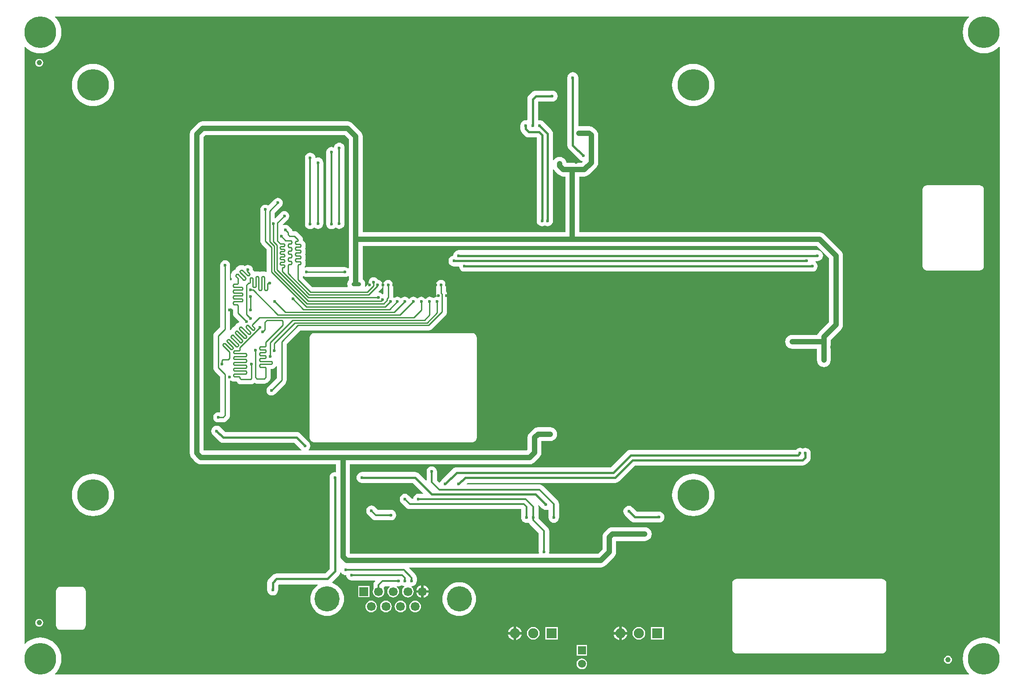
<source format=gtl>
G04 Layer_Physical_Order=1*
G04 Layer_Color=3162822*
%FSLAX44Y44*%
%MOMM*%
G71*
G01*
G75*
%ADD10C,1.0000*%
%ADD11C,1.0000*%
%ADD12C,0.8000*%
%ADD13C,0.4500*%
%ADD14C,0.2500*%
%ADD15C,0.3500*%
%ADD16C,6.0000*%
%ADD17R,1.5000X1.5000*%
%ADD18C,1.5000*%
%ADD19C,1.9000*%
%ADD20R,1.9000X1.9000*%
%ADD21C,4.7600*%
%ADD22R,1.6900X1.6900*%
%ADD23C,1.6900*%
%ADD24C,0.6000*%
G36*
X1790140Y1246808D02*
X1789628Y1246372D01*
X1785539Y1241584D01*
X1782249Y1236216D01*
X1779840Y1230399D01*
X1778370Y1224277D01*
X1777876Y1218000D01*
X1778370Y1211723D01*
X1779840Y1205601D01*
X1782249Y1199784D01*
X1785539Y1194416D01*
X1789628Y1189628D01*
X1794416Y1185539D01*
X1799784Y1182250D01*
X1805601Y1179840D01*
X1811723Y1178370D01*
X1818000Y1177876D01*
X1824277Y1178370D01*
X1830399Y1179840D01*
X1836216Y1182250D01*
X1841584Y1185539D01*
X1846372Y1189628D01*
X1846808Y1190140D01*
X1848000Y1189700D01*
Y60300D01*
X1846808Y59860D01*
X1846372Y60372D01*
X1841584Y64461D01*
X1836216Y67751D01*
X1830399Y70160D01*
X1824277Y71630D01*
X1818000Y72124D01*
X1811723Y71630D01*
X1805601Y70160D01*
X1799784Y67751D01*
X1794416Y64461D01*
X1789628Y60372D01*
X1785539Y55584D01*
X1782249Y50216D01*
X1779840Y44399D01*
X1778370Y38277D01*
X1777876Y32000D01*
X1778370Y25723D01*
X1779840Y19601D01*
X1782249Y13784D01*
X1785539Y8416D01*
X1789628Y3628D01*
X1790140Y3192D01*
X1789700Y2000D01*
X60300D01*
X59860Y3192D01*
X60372Y3628D01*
X64461Y8416D01*
X67751Y13784D01*
X70160Y19601D01*
X71630Y25723D01*
X72124Y32000D01*
X71630Y38277D01*
X70160Y44399D01*
X67751Y50216D01*
X64461Y55584D01*
X60372Y60372D01*
X55584Y64461D01*
X50216Y67751D01*
X44399Y70160D01*
X38277Y71630D01*
X32000Y72124D01*
X25723Y71630D01*
X19601Y70160D01*
X13784Y67751D01*
X8416Y64461D01*
X3628Y60372D01*
X3192Y59860D01*
X2000Y60300D01*
Y1189700D01*
X3192Y1190140D01*
X3628Y1189628D01*
X8416Y1185539D01*
X13784Y1182250D01*
X19601Y1179840D01*
X25723Y1178370D01*
X32000Y1177876D01*
X38277Y1178370D01*
X44399Y1179840D01*
X50216Y1182250D01*
X55584Y1185539D01*
X60372Y1189628D01*
X64461Y1194416D01*
X67751Y1199784D01*
X70160Y1205601D01*
X71630Y1211723D01*
X72124Y1218000D01*
X71630Y1224277D01*
X70160Y1230399D01*
X67751Y1236216D01*
X64461Y1241584D01*
X60372Y1246372D01*
X59860Y1246808D01*
X60300Y1248000D01*
X1789700D01*
X1790140Y1246808D01*
D02*
G37*
%LPC*%
G36*
X1127501Y92783D02*
X1126608Y92665D01*
X1123445Y91355D01*
X1120730Y89272D01*
X1118646Y86556D01*
X1117336Y83394D01*
X1117218Y82500D01*
X1127501D01*
Y92783D01*
D02*
G37*
G36*
X1132501D02*
Y82500D01*
X1142784D01*
X1142667Y83394D01*
X1141357Y86556D01*
X1139273Y89272D01*
X1136557Y91355D01*
X1133395Y92665D01*
X1132501Y92783D01*
D02*
G37*
G36*
X932501D02*
Y82500D01*
X942784D01*
X942667Y83394D01*
X941357Y86556D01*
X939273Y89272D01*
X936557Y91355D01*
X933395Y92665D01*
X932501Y92783D01*
D02*
G37*
G36*
X1212001Y92000D02*
X1188001D01*
Y68000D01*
X1212001D01*
Y92000D01*
D02*
G37*
G36*
X927501Y92783D02*
X926608Y92665D01*
X923445Y91355D01*
X920730Y89272D01*
X918646Y86556D01*
X917336Y83394D01*
X917218Y82500D01*
X927501D01*
Y92783D01*
D02*
G37*
G36*
X658450Y141845D02*
X655591Y141468D01*
X652928Y140365D01*
X650640Y138610D01*
X648885Y136322D01*
X647782Y133659D01*
X647405Y130800D01*
X647782Y127942D01*
X648885Y125278D01*
X650640Y122990D01*
X652928Y121235D01*
X655591Y120132D01*
X658450Y119755D01*
X661309Y120132D01*
X663972Y121235D01*
X666260Y122990D01*
X668015Y125278D01*
X669118Y127942D01*
X669494Y130800D01*
X669118Y133659D01*
X668015Y136322D01*
X666260Y138610D01*
X663972Y140365D01*
X661309Y141468D01*
X658450Y141845D01*
D02*
G37*
G36*
X686150D02*
X683291Y141468D01*
X680628Y140365D01*
X678340Y138610D01*
X676585Y136322D01*
X675482Y133659D01*
X675106Y130800D01*
X675482Y127942D01*
X676585Y125278D01*
X678340Y122990D01*
X680628Y121235D01*
X683291Y120132D01*
X686150Y119755D01*
X689008Y120132D01*
X691672Y121235D01*
X693960Y122990D01*
X695715Y125278D01*
X696818Y127942D01*
X697194Y130800D01*
X696818Y133659D01*
X695715Y136322D01*
X693960Y138610D01*
X691672Y140365D01*
X689008Y141468D01*
X686150Y141845D01*
D02*
G37*
G36*
X824950Y176898D02*
X819960Y176506D01*
X815093Y175337D01*
X810469Y173422D01*
X806201Y170806D01*
X802394Y167556D01*
X799144Y163749D01*
X796528Y159481D01*
X794613Y154857D01*
X793444Y149990D01*
X793052Y145000D01*
X793444Y140010D01*
X794613Y135143D01*
X796528Y130519D01*
X799144Y126251D01*
X802394Y122444D01*
X806201Y119194D01*
X810469Y116578D01*
X815093Y114663D01*
X819960Y113494D01*
X824950Y113102D01*
X829940Y113494D01*
X834807Y114663D01*
X839432Y116578D01*
X843699Y119194D01*
X847505Y122444D01*
X850756Y126251D01*
X853372Y130519D01*
X855287Y135143D01*
X856456Y140010D01*
X856848Y145000D01*
X856456Y149990D01*
X855287Y154857D01*
X853372Y159481D01*
X850756Y163749D01*
X847505Y167556D01*
X843699Y170806D01*
X839432Y173422D01*
X834807Y175337D01*
X829940Y176506D01*
X824950Y176898D01*
D02*
G37*
G36*
X110000Y168069D02*
X70000Y168069D01*
X67912Y167794D01*
X65965Y166988D01*
X64294Y165706D01*
X63012Y164035D01*
X62206Y162088D01*
X61931Y160000D01*
X61931Y95000D01*
X62206Y92912D01*
X63012Y90965D01*
X64294Y89294D01*
X65965Y88012D01*
X67912Y87206D01*
X70000Y86931D01*
X110000Y86931D01*
X112088Y87206D01*
X114035Y88012D01*
X115706Y89294D01*
X116988Y90965D01*
X117794Y92912D01*
X118069Y95000D01*
X118069Y160000D01*
X117794Y162088D01*
X116988Y164035D01*
X115706Y165706D01*
X114035Y166988D01*
X112088Y167794D01*
X110000Y168069D01*
D02*
G37*
G36*
X30000Y107565D02*
X28042Y107307D01*
X26218Y106551D01*
X24651Y105349D01*
X23449Y103782D01*
X22693Y101958D01*
X22435Y100000D01*
X22693Y98042D01*
X23449Y96218D01*
X24651Y94651D01*
X26218Y93449D01*
X28042Y92693D01*
X30000Y92435D01*
X31958Y92693D01*
X33782Y93449D01*
X35349Y94651D01*
X36551Y96218D01*
X37307Y98042D01*
X37565Y100000D01*
X37307Y101958D01*
X36551Y103782D01*
X35349Y105349D01*
X33782Y106551D01*
X31958Y107307D01*
X30000Y107565D01*
D02*
G37*
G36*
X1012001Y92000D02*
X988001D01*
Y68000D01*
X1012001D01*
Y92000D01*
D02*
G37*
G36*
X1625000Y183069D02*
X1350000D01*
X1347912Y182794D01*
X1345966Y181988D01*
X1344294Y180706D01*
X1343012Y179035D01*
X1342206Y177088D01*
X1341931Y175000D01*
Y50000D01*
X1342206Y47912D01*
X1343012Y45965D01*
X1344294Y44294D01*
X1345966Y43012D01*
X1347912Y42206D01*
X1350000Y41931D01*
X1625000D01*
X1627088Y42206D01*
X1629034Y43012D01*
X1630706Y44294D01*
X1631988Y45965D01*
X1632794Y47912D01*
X1633069Y50000D01*
Y175000D01*
X1632794Y177088D01*
X1631988Y179035D01*
X1630706Y180706D01*
X1629034Y181988D01*
X1627088Y182794D01*
X1625000Y183069D01*
D02*
G37*
G36*
X927501Y77500D02*
X917218D01*
X917336Y76606D01*
X918646Y73444D01*
X920730Y70728D01*
X923445Y68644D01*
X926608Y67335D01*
X927501Y67217D01*
Y77500D01*
D02*
G37*
G36*
X1067000Y57700D02*
X1047000D01*
Y37700D01*
X1067000D01*
Y57700D01*
D02*
G37*
G36*
X1057000Y32386D02*
X1054389Y32043D01*
X1051957Y31035D01*
X1049868Y29432D01*
X1048265Y27343D01*
X1047257Y24911D01*
X1046914Y22300D01*
X1047257Y19690D01*
X1048265Y17257D01*
X1049868Y15168D01*
X1051957Y13565D01*
X1054389Y12557D01*
X1057000Y12214D01*
X1059611Y12557D01*
X1062043Y13565D01*
X1064132Y15168D01*
X1065735Y17257D01*
X1066743Y19690D01*
X1067086Y22300D01*
X1066743Y24911D01*
X1065735Y27343D01*
X1064132Y29432D01*
X1062043Y31035D01*
X1059611Y32043D01*
X1057000Y32386D01*
D02*
G37*
G36*
X1750000Y37565D02*
X1748042Y37307D01*
X1746218Y36551D01*
X1744651Y35349D01*
X1743449Y33782D01*
X1742693Y31958D01*
X1742435Y30000D01*
X1742693Y28042D01*
X1743449Y26218D01*
X1744651Y24651D01*
X1746218Y23449D01*
X1748042Y22693D01*
X1750000Y22435D01*
X1751958Y22693D01*
X1753782Y23449D01*
X1755349Y24651D01*
X1756551Y26218D01*
X1757307Y28042D01*
X1757565Y30000D01*
X1757307Y31958D01*
X1756551Y33782D01*
X1755349Y35349D01*
X1753782Y36551D01*
X1751958Y37307D01*
X1750000Y37565D01*
D02*
G37*
G36*
X965000Y92104D02*
X961867Y91691D01*
X958948Y90482D01*
X956441Y88559D01*
X954518Y86052D01*
X953309Y83133D01*
X952896Y80000D01*
X953309Y76867D01*
X954518Y73948D01*
X956441Y71441D01*
X958948Y69518D01*
X961867Y68309D01*
X965000Y67896D01*
X968133Y68309D01*
X971052Y69518D01*
X973559Y71441D01*
X975482Y73948D01*
X976691Y76867D01*
X977104Y80000D01*
X976691Y83133D01*
X975482Y86052D01*
X973559Y88559D01*
X971052Y90482D01*
X968133Y91691D01*
X965000Y92104D01*
D02*
G37*
G36*
X1165000D02*
X1161867Y91691D01*
X1158948Y90482D01*
X1156441Y88559D01*
X1154518Y86052D01*
X1153309Y83133D01*
X1152896Y80000D01*
X1153309Y76867D01*
X1154518Y73948D01*
X1156441Y71441D01*
X1158948Y69518D01*
X1161867Y68309D01*
X1165000Y67896D01*
X1168133Y68309D01*
X1171052Y69518D01*
X1173559Y71441D01*
X1175482Y73948D01*
X1176691Y76867D01*
X1177104Y80000D01*
X1176691Y83133D01*
X1175482Y86052D01*
X1173559Y88559D01*
X1171052Y90482D01*
X1168133Y91691D01*
X1165000Y92104D01*
D02*
G37*
G36*
X1142784Y77500D02*
X1132501D01*
Y67217D01*
X1133395Y67335D01*
X1136557Y68644D01*
X1139273Y70728D01*
X1141357Y73444D01*
X1142667Y76606D01*
X1142784Y77500D01*
D02*
G37*
G36*
X942784D02*
X932501D01*
Y67217D01*
X933395Y67335D01*
X936557Y68644D01*
X939273Y70728D01*
X941357Y73444D01*
X942667Y76606D01*
X942784Y77500D01*
D02*
G37*
G36*
X1127501D02*
X1117218D01*
X1117336Y76606D01*
X1118646Y73444D01*
X1120730Y70728D01*
X1123445Y68644D01*
X1126608Y67335D01*
X1127501Y67217D01*
Y77500D01*
D02*
G37*
G36*
X713850Y141845D02*
X710992Y141468D01*
X708328Y140365D01*
X706040Y138610D01*
X704285Y136322D01*
X703182Y133659D01*
X702805Y130800D01*
X703182Y127942D01*
X704285Y125278D01*
X706040Y122990D01*
X708328Y121235D01*
X710992Y120132D01*
X713850Y119755D01*
X716709Y120132D01*
X719372Y121235D01*
X721660Y122990D01*
X723415Y125278D01*
X724518Y127942D01*
X724894Y130800D01*
X724518Y133659D01*
X723415Y136322D01*
X721660Y138610D01*
X719372Y140365D01*
X716709Y141468D01*
X713850Y141845D01*
D02*
G37*
G36*
X1810000Y928069D02*
X1710000D01*
X1707912Y927794D01*
X1705966Y926988D01*
X1704294Y925706D01*
X1703012Y924035D01*
X1702206Y922088D01*
X1701931Y920000D01*
Y775000D01*
X1702206Y772912D01*
X1703012Y770965D01*
X1704294Y769294D01*
X1705966Y768012D01*
X1707912Y767206D01*
X1710000Y766931D01*
X1810000D01*
X1812088Y767206D01*
X1814034Y768012D01*
X1815706Y769294D01*
X1816988Y770965D01*
X1817794Y772912D01*
X1818069Y775000D01*
Y920000D01*
X1817794Y922088D01*
X1816988Y924035D01*
X1815706Y925706D01*
X1814034Y926988D01*
X1812088Y927794D01*
X1810000Y928069D01*
D02*
G37*
G36*
X542999Y989832D02*
X540454Y989497D01*
X538082Y988515D01*
X536045Y986952D01*
X534482Y984915D01*
X533500Y982543D01*
X533165Y979998D01*
X533166Y979990D01*
Y855000D01*
X533501Y852455D01*
X534483Y850083D01*
X536046Y848046D01*
X538083Y846483D01*
X540455Y845501D01*
X543000Y845166D01*
X545545Y845501D01*
X547917Y846483D01*
X549874Y847985D01*
X550989Y848546D01*
X551045D01*
X553081Y846983D01*
X555453Y846001D01*
X557998Y845666D01*
X560544Y846001D01*
X562915Y846983D01*
X564952Y848546D01*
X566515Y850583D01*
X567497Y852955D01*
X567832Y855500D01*
Y970987D01*
X567834Y971000D01*
X567499Y973545D01*
X566517Y975917D01*
X564954Y977954D01*
X562917Y979517D01*
X560545Y980499D01*
X558000Y980834D01*
X555455Y980499D01*
X554104Y979940D01*
X553965Y979946D01*
X552735Y980747D01*
X552499Y982542D01*
X551517Y984914D01*
X549954Y986951D01*
X549954Y986951D01*
X549953Y986952D01*
X547916Y988515D01*
X545544Y989497D01*
X542999Y989832D01*
D02*
G37*
G36*
X850000Y648069D02*
X550000D01*
X547912Y647794D01*
X545965Y646988D01*
X544294Y645706D01*
X543012Y644035D01*
X542206Y642088D01*
X541931Y640000D01*
X541931Y450000D01*
X542206Y447912D01*
X543012Y445965D01*
X544294Y444294D01*
X545965Y443012D01*
X547912Y442206D01*
X550000Y441931D01*
X850000D01*
X852088Y442206D01*
X854035Y443012D01*
X855706Y444294D01*
X856988Y445965D01*
X857794Y447912D01*
X858069Y450000D01*
X858069Y640000D01*
X857794Y642088D01*
X856988Y644035D01*
X855706Y645706D01*
X854035Y646988D01*
X852088Y647794D01*
X850000Y648069D01*
D02*
G37*
G36*
X1503000Y805337D02*
X823998D01*
X821323Y804985D01*
X818829Y803952D01*
X816688Y802309D01*
X815045Y800168D01*
X814012Y797674D01*
X813682Y795165D01*
X812324Y794986D01*
X809831Y793953D01*
X807690Y792310D01*
X806047Y790169D01*
X805014Y787676D01*
X804662Y785000D01*
X805014Y782324D01*
X806047Y779831D01*
X807690Y777690D01*
X809831Y776047D01*
X812324Y775014D01*
X815000Y774662D01*
X824704D01*
X825012Y772323D01*
X826045Y769829D01*
X827688Y767688D01*
X829829Y766045D01*
X832322Y765012D01*
X834998Y764660D01*
X835010Y764662D01*
X1493000D01*
X1495676Y765014D01*
X1498169Y766047D01*
X1500310Y767690D01*
X1501953Y769831D01*
X1502986Y772324D01*
X1503338Y775000D01*
X1502986Y777676D01*
X1501953Y780169D01*
X1500310Y782310D01*
X1498904Y783390D01*
X1499335Y784660D01*
X1503000D01*
X1505676Y785012D01*
X1508170Y786045D01*
X1510311Y787688D01*
X1511954Y789829D01*
X1512986Y792323D01*
X1513339Y794998D01*
X1512986Y797674D01*
X1511954Y800168D01*
X1510311Y802309D01*
X1508170Y803952D01*
X1505676Y804985D01*
X1503000Y805337D01*
D02*
G37*
G36*
X1040000Y1142338D02*
X1037324Y1141986D01*
X1034831Y1140953D01*
X1032690Y1139310D01*
X1031047Y1137169D01*
X1030014Y1134676D01*
X1029662Y1132000D01*
Y1004000D01*
X1030014Y1001324D01*
X1031047Y998831D01*
X1032690Y996690D01*
X1052690Y976690D01*
X1054831Y975047D01*
X1057324Y974014D01*
X1057797Y973952D01*
X1058205Y972749D01*
X1056569Y971112D01*
X1027636D01*
X1027467Y972395D01*
X1026157Y975558D01*
X1024073Y978273D01*
X1021358Y980357D01*
X1018195Y981667D01*
X1014802Y982114D01*
X1011408Y981667D01*
X1008246Y980357D01*
X1005530Y978273D01*
X1003606Y975767D01*
X1002337Y975950D01*
Y1026002D01*
X1001984Y1028678D01*
X1000951Y1031171D01*
X999308Y1033312D01*
X984310Y1048310D01*
X982169Y1049953D01*
X979676Y1050986D01*
X977000Y1051338D01*
X975293Y1051114D01*
X974338Y1051951D01*
Y1086662D01*
X1001000D01*
X1003676Y1087014D01*
X1006169Y1088047D01*
X1008310Y1089690D01*
X1009953Y1091831D01*
X1010986Y1094324D01*
X1011338Y1097000D01*
X1010986Y1099676D01*
X1009953Y1102169D01*
X1008310Y1104310D01*
X1006169Y1105953D01*
X1003676Y1106986D01*
X1001000Y1107338D01*
X970000D01*
X967324Y1106986D01*
X964831Y1105953D01*
X962690Y1104310D01*
X956690Y1098310D01*
X955047Y1096169D01*
X954014Y1093676D01*
X953662Y1091000D01*
Y1051951D01*
X952707Y1051114D01*
X951000Y1051338D01*
X948324Y1050986D01*
X945831Y1049953D01*
X943690Y1048310D01*
X942047Y1046169D01*
X941014Y1043676D01*
X940662Y1041000D01*
Y1035000D01*
X941014Y1032324D01*
X942047Y1029831D01*
X943690Y1027690D01*
X949690Y1021690D01*
X951831Y1020047D01*
X954324Y1019014D01*
X957000Y1018662D01*
X971662D01*
Y861000D01*
X972014Y858324D01*
X973047Y855831D01*
X974690Y853690D01*
X976831Y852047D01*
X979324Y851014D01*
X982000Y850662D01*
X984676Y851014D01*
X986997Y851975D01*
X989322Y851012D01*
X991998Y850660D01*
X994674Y851012D01*
X997167Y852045D01*
X999308Y853688D01*
X1000951Y855829D01*
X1001984Y858323D01*
X1002337Y860998D01*
Y958096D01*
X1002785Y958318D01*
X1003606Y958437D01*
X1005530Y955930D01*
X1012730Y948730D01*
X1012730Y948730D01*
X1012731Y948728D01*
X1012731Y948728D01*
X1015447Y946645D01*
X1018610Y945335D01*
X1022003Y944888D01*
X1022003Y944888D01*
X1025888D01*
Y839112D01*
X642112D01*
Y1021000D01*
X642112Y1021000D01*
X641665Y1024394D01*
X640356Y1027556D01*
X638272Y1030272D01*
X623272Y1045272D01*
X620556Y1047355D01*
X617394Y1048665D01*
X614000Y1049112D01*
X614000Y1049112D01*
X339000D01*
X335606Y1048665D01*
X332444Y1047355D01*
X329728Y1045272D01*
X329728Y1045272D01*
X318728Y1034272D01*
X316644Y1031556D01*
X315335Y1028394D01*
X314888Y1025000D01*
X314888Y1025000D01*
Y421000D01*
X314888Y421000D01*
X315335Y417606D01*
X316644Y414444D01*
X318728Y411728D01*
X322728Y407728D01*
X322728Y407728D01*
X326728Y403728D01*
X326728Y403728D01*
X329444Y401645D01*
X332606Y400335D01*
X336000Y399888D01*
X591888D01*
Y386053D01*
X590933Y385216D01*
X590000Y385338D01*
X587324Y384986D01*
X584831Y383953D01*
X582690Y382310D01*
X581047Y380169D01*
X580014Y377676D01*
X579662Y375000D01*
Y201865D01*
X571135Y193338D01*
X479000D01*
X476324Y192986D01*
X473831Y191953D01*
X471690Y190310D01*
X464690Y183310D01*
X463047Y181169D01*
X462014Y178676D01*
X461662Y176000D01*
Y162000D01*
X462014Y159324D01*
X463047Y156831D01*
X464690Y154690D01*
X466831Y153047D01*
X469324Y152014D01*
X472000Y151662D01*
X474676Y152014D01*
X477169Y153047D01*
X479310Y154690D01*
X480953Y156831D01*
X481986Y159324D01*
X482338Y162000D01*
Y171718D01*
X483282Y172662D01*
X556989D01*
X557333Y171439D01*
X556301Y170806D01*
X552495Y167556D01*
X549244Y163749D01*
X546628Y159481D01*
X544713Y154857D01*
X543544Y149990D01*
X543152Y145000D01*
X543544Y140010D01*
X544713Y135143D01*
X546628Y130519D01*
X549244Y126251D01*
X552495Y122444D01*
X556301Y119194D01*
X560569Y116578D01*
X565193Y114663D01*
X570060Y113494D01*
X575050Y113102D01*
X580040Y113494D01*
X584907Y114663D01*
X589532Y116578D01*
X593799Y119194D01*
X597606Y122444D01*
X600856Y126251D01*
X603472Y130519D01*
X605387Y135143D01*
X606556Y140010D01*
X606948Y145000D01*
X606556Y149990D01*
X605387Y154857D01*
X603472Y159481D01*
X600856Y163749D01*
X597606Y167556D01*
X593799Y170806D01*
X589532Y173422D01*
X584907Y175337D01*
X584129Y175524D01*
X583784Y176746D01*
X597310Y190273D01*
X598953Y192414D01*
X599986Y194907D01*
X600033Y195265D01*
X601337Y195437D01*
X601483Y195083D01*
X603046Y193046D01*
X605083Y191483D01*
X607455Y190501D01*
X609908Y190178D01*
X611166Y190000D01*
X611501Y187455D01*
X612483Y185083D01*
X614046Y183046D01*
X616083Y181483D01*
X618455Y180501D01*
X621000Y180166D01*
X665599D01*
X666085Y178993D01*
X665346Y178254D01*
X663783Y176217D01*
X662801Y173845D01*
X662633Y172573D01*
X662466Y171300D01*
X662466Y171300D01*
Y164072D01*
X661632Y162059D01*
X661255Y159200D01*
X661632Y156341D01*
X662735Y153678D01*
X664490Y151390D01*
X666778Y149635D01*
X669442Y148532D01*
X672300Y148155D01*
X675158Y148532D01*
X677822Y149635D01*
X680110Y151390D01*
X681865Y153678D01*
X682968Y156341D01*
X683344Y159200D01*
X682968Y162059D01*
X682134Y164072D01*
Y167227D01*
X684073Y169166D01*
X692914D01*
X693345Y167896D01*
X692190Y167010D01*
X690435Y164722D01*
X689332Y162059D01*
X688956Y159200D01*
X689332Y156341D01*
X690435Y153678D01*
X692190Y151390D01*
X694478Y149635D01*
X697141Y148532D01*
X700000Y148155D01*
X702859Y148532D01*
X705522Y149635D01*
X707810Y151390D01*
X709565Y153678D01*
X710668Y156341D01*
X711044Y159200D01*
X710668Y162059D01*
X709565Y164722D01*
X707810Y167010D01*
X706655Y167896D01*
X707086Y169166D01*
X710000D01*
X712545Y169501D01*
X714917Y170483D01*
X716000Y171314D01*
X717083Y170483D01*
X719455Y169501D01*
X720817Y169322D01*
X721173Y167994D01*
X719890Y167010D01*
X718135Y164722D01*
X717032Y162059D01*
X716656Y159200D01*
X717032Y156341D01*
X718135Y153678D01*
X719890Y151390D01*
X722178Y149635D01*
X724842Y148532D01*
X727700Y148155D01*
X730558Y148532D01*
X733222Y149635D01*
X735510Y151390D01*
X737265Y153678D01*
X738368Y156341D01*
X738744Y159200D01*
X738368Y162059D01*
X737265Y164722D01*
X735510Y167010D01*
X734238Y167985D01*
X734741Y169200D01*
X735000Y169166D01*
X737545Y169501D01*
X739917Y170483D01*
X741954Y172046D01*
X743517Y174083D01*
X744499Y176455D01*
X744834Y179000D01*
Y185000D01*
X744834Y185000D01*
X744499Y187545D01*
X743517Y189917D01*
X741954Y191954D01*
X741954Y191954D01*
X730193Y203715D01*
X730679Y204888D01*
X1093000D01*
X1093000Y204888D01*
X1096394Y205335D01*
X1099556Y206644D01*
X1102272Y208728D01*
X1118272Y224728D01*
X1118272Y224728D01*
X1120356Y227444D01*
X1121665Y230606D01*
X1122112Y234000D01*
Y254888D01*
X1176000D01*
X1179394Y255335D01*
X1182556Y256644D01*
X1185272Y258728D01*
X1187355Y261444D01*
X1188665Y264606D01*
X1189112Y268000D01*
X1188665Y271394D01*
X1187355Y274556D01*
X1185272Y277272D01*
X1182556Y279356D01*
X1179394Y280665D01*
X1176000Y281112D01*
X1115000D01*
X1115000Y281112D01*
X1111606Y280665D01*
X1108444Y279356D01*
X1105728Y277272D01*
X1105728Y277272D01*
X1099728Y271272D01*
X1097645Y268556D01*
X1096335Y265394D01*
X1095888Y262000D01*
X1095888Y262000D01*
Y239431D01*
X1087569Y231112D01*
X995804D01*
X994925Y232382D01*
X995184Y234350D01*
Y273650D01*
X994849Y276195D01*
X993867Y278567D01*
X992304Y280604D01*
X992304Y280604D01*
X974834Y298073D01*
Y320000D01*
X974569Y322014D01*
X975772Y322607D01*
X981690Y316690D01*
X983831Y315047D01*
X986324Y314014D01*
X989000Y313662D01*
X991676Y314014D01*
X993110Y314608D01*
X994166Y313902D01*
Y299000D01*
X994501Y296455D01*
X995483Y294083D01*
X997046Y292046D01*
X999083Y290483D01*
X1001455Y289501D01*
X1004000Y289166D01*
X1006545Y289501D01*
X1008917Y290483D01*
X1010954Y292046D01*
X1012517Y294083D01*
X1013499Y296455D01*
X1013834Y299000D01*
Y325000D01*
X1013834Y325000D01*
X1013499Y327545D01*
X1012517Y329917D01*
X1010954Y331954D01*
X1010954Y331954D01*
X983954Y358954D01*
X981917Y360517D01*
X979545Y361499D01*
X978273Y361667D01*
X977000Y361834D01*
X977000Y361834D01*
X839518D01*
X839032Y363008D01*
X840686Y364662D01*
X1120000D01*
X1122676Y365014D01*
X1125169Y366047D01*
X1127310Y367690D01*
X1157282Y397662D01*
X1475000D01*
X1477676Y398014D01*
X1480169Y399047D01*
X1482310Y400690D01*
X1487310Y405689D01*
X1488953Y407831D01*
X1489986Y410324D01*
X1490338Y413000D01*
Y421000D01*
X1489986Y423676D01*
X1488953Y426169D01*
X1487310Y428310D01*
X1485169Y429953D01*
X1482676Y430986D01*
X1480000Y431338D01*
X1477324Y430986D01*
X1475000Y430023D01*
X1472676Y430986D01*
X1470000Y431338D01*
X1467324Y430986D01*
X1464831Y429953D01*
X1462690Y428310D01*
X1461718Y427338D01*
X1149272D01*
X1146596Y426986D01*
X1144103Y425953D01*
X1141962Y424310D01*
X1111990Y394338D01*
X820004D01*
X817328Y393986D01*
X814835Y392953D01*
X812693Y391310D01*
X791191Y369809D01*
X789548Y367667D01*
X788813Y365891D01*
X787342Y365565D01*
X782936Y369972D01*
Y386302D01*
X782601Y388847D01*
X781618Y391219D01*
X780056Y393256D01*
X778019Y394818D01*
X775647Y395801D01*
X773102Y396136D01*
X770557Y395801D01*
X768185Y394818D01*
X766148Y393256D01*
X764585Y391219D01*
X763603Y388847D01*
X763268Y386302D01*
Y369512D01*
X762094Y369026D01*
X748810Y382310D01*
X746669Y383953D01*
X744176Y384986D01*
X741500Y385338D01*
X641000D01*
X638324Y384986D01*
X635831Y383953D01*
X633690Y382310D01*
X632047Y380169D01*
X631014Y377676D01*
X630662Y375000D01*
X631014Y372324D01*
X632047Y369831D01*
X633690Y367690D01*
X635831Y366047D01*
X638324Y365014D01*
X641000Y364662D01*
X737218D01*
X756570Y345309D01*
X756084Y344136D01*
X747702D01*
X745157Y343801D01*
X742785Y342818D01*
X740748Y341256D01*
X739185Y339219D01*
X738203Y336847D01*
X737938Y334834D01*
X735677D01*
X729256Y341256D01*
X727219Y342818D01*
X724847Y343801D01*
X722302Y344136D01*
X719757Y343801D01*
X717385Y342818D01*
X715348Y341256D01*
X713785Y339219D01*
X712803Y336847D01*
X712468Y334302D01*
X712803Y331757D01*
X713785Y329385D01*
X715348Y327348D01*
X724650Y318046D01*
X724650Y318046D01*
X726687Y316483D01*
X729058Y315501D01*
X731604Y315166D01*
X942166D01*
Y299000D01*
X942501Y296455D01*
X943483Y294083D01*
X945046Y292046D01*
X947083Y290483D01*
X949455Y289501D01*
X952000Y289166D01*
X954545Y289501D01*
X956052Y290125D01*
X956483Y289083D01*
X958046Y287046D01*
X975516Y269576D01*
Y234350D01*
X975775Y232382D01*
X974896Y231112D01*
X618112D01*
Y399888D01*
X958000D01*
X958000Y399888D01*
X961394Y400335D01*
X964556Y401645D01*
X967272Y403728D01*
X976772Y413228D01*
X976772Y413228D01*
X978856Y415944D01*
X980165Y419106D01*
X980612Y422500D01*
Y443888D01*
X997000D01*
X1000394Y444335D01*
X1003556Y445644D01*
X1006272Y447728D01*
X1008355Y450444D01*
X1009665Y453606D01*
X1010112Y457000D01*
X1009665Y460394D01*
X1008355Y463556D01*
X1006272Y466272D01*
X1003556Y468355D01*
X1000394Y469665D01*
X997000Y470112D01*
X974000D01*
X970606Y469665D01*
X967444Y468355D01*
X964728Y466272D01*
X964728Y466272D01*
X958228Y459772D01*
X956144Y457056D01*
X954835Y453894D01*
X954388Y450500D01*
X954388Y450500D01*
Y427931D01*
X952569Y426112D01*
X540230D01*
X539822Y427315D01*
X540310Y427690D01*
X541953Y429831D01*
X542986Y432324D01*
X543338Y435000D01*
X542986Y437676D01*
X541953Y440169D01*
X540310Y442310D01*
X524310Y458310D01*
X522169Y459953D01*
X519676Y460986D01*
X517000Y461338D01*
X382282D01*
X373310Y470310D01*
X371169Y471953D01*
X368676Y472986D01*
X366000Y473338D01*
X363324Y472986D01*
X360831Y471953D01*
X358690Y470310D01*
X357047Y468169D01*
X356014Y465676D01*
X355662Y463000D01*
X356014Y460324D01*
X357047Y457831D01*
X358690Y455690D01*
X370690Y443690D01*
X372831Y442047D01*
X375324Y441014D01*
X378000Y440662D01*
X512718D01*
X525690Y427690D01*
X526178Y427315D01*
X525770Y426112D01*
X341431D01*
X341272Y426272D01*
X341272Y426272D01*
X341112Y426431D01*
Y1019569D01*
X344431Y1022888D01*
X608569D01*
X615888Y1015569D01*
Y826000D01*
Y771975D01*
X614618Y771349D01*
X613665Y772080D01*
X611415Y773012D01*
X609000Y773330D01*
X536000D01*
X533585Y773012D01*
X532999Y772769D01*
X532199Y773812D01*
X533080Y774960D01*
X534012Y777210D01*
X534330Y779625D01*
Y782375D01*
X534012Y784790D01*
X533303Y786500D01*
X534012Y788210D01*
X534330Y790625D01*
Y793375D01*
X534012Y795790D01*
X533303Y797500D01*
X534012Y799210D01*
X534330Y801625D01*
Y804375D01*
X534012Y806790D01*
X533303Y808500D01*
X534012Y810210D01*
X534330Y812625D01*
Y815375D01*
X534012Y817790D01*
X533080Y820040D01*
X531597Y821972D01*
X530222Y823347D01*
X529330Y824032D01*
Y825000D01*
X529012Y827415D01*
X528080Y829665D01*
X526597Y831597D01*
X519597Y838597D01*
X517665Y840080D01*
X515415Y841012D01*
X513000Y841330D01*
X509966D01*
X509080Y843468D01*
X507597Y845400D01*
X502401Y850597D01*
X500468Y852080D01*
X498218Y853012D01*
X495803Y853330D01*
X493389Y853012D01*
X492615Y852691D01*
X491208Y853483D01*
X491137Y853942D01*
X500597Y863403D01*
X502080Y865335D01*
X503012Y867585D01*
X503330Y870000D01*
X503012Y872415D01*
X502080Y874665D01*
X500597Y876597D01*
X498665Y878080D01*
X496415Y879012D01*
X494000Y879330D01*
X491585Y879012D01*
X489335Y878080D01*
X487403Y876597D01*
X476850Y866044D01*
X475580Y866570D01*
Y875385D01*
X488597Y888403D01*
X490080Y890335D01*
X491012Y892585D01*
X491330Y895000D01*
X491012Y897415D01*
X490080Y899665D01*
X488597Y901597D01*
X486665Y903080D01*
X484415Y904012D01*
X482000Y904330D01*
X479585Y904012D01*
X477335Y903080D01*
X475403Y901597D01*
X463355Y889550D01*
X462665Y890080D01*
X460415Y891012D01*
X458000Y891330D01*
X455585Y891012D01*
X453335Y890080D01*
X451403Y888597D01*
X449920Y886665D01*
X448988Y884415D01*
X448670Y882000D01*
Y823000D01*
X448988Y820585D01*
X449920Y818335D01*
X451403Y816403D01*
X460670Y807135D01*
Y764615D01*
X459880Y764102D01*
X459431Y763927D01*
X457290Y764814D01*
X454875Y765131D01*
X452125D01*
X449710Y764814D01*
X448000Y764105D01*
X446290Y764814D01*
X443875Y765131D01*
X441125D01*
X438710Y764814D01*
X438086Y764555D01*
X436614Y765320D01*
X436527Y765530D01*
X435044Y767463D01*
X434327Y768180D01*
X434330Y768202D01*
X434012Y770616D01*
X433080Y772867D01*
X431597Y774799D01*
X429665Y776282D01*
X427415Y777214D01*
X425000Y777531D01*
X422585Y777214D01*
X420335Y776282D01*
X419099Y775333D01*
X418440Y775840D01*
X416189Y776772D01*
X413775Y777089D01*
X411830D01*
X409415Y776772D01*
X407165Y775840D01*
X405233Y774357D01*
X403288Y772412D01*
X401806Y770480D01*
X401097Y768770D01*
X399387Y768061D01*
X397455Y766579D01*
X395510Y764634D01*
X394028Y762702D01*
X393096Y760452D01*
X392778Y758037D01*
Y756093D01*
X393096Y753678D01*
X394028Y751428D01*
X394711Y750537D01*
X394382Y749310D01*
X393710Y749032D01*
X392600Y748180D01*
X391330Y748806D01*
Y777000D01*
X391012Y779415D01*
X390080Y781665D01*
X388597Y783597D01*
X386665Y785080D01*
X384415Y786012D01*
X382000Y786330D01*
X379585Y786012D01*
X377335Y785080D01*
X375403Y783597D01*
X373920Y781665D01*
X372988Y779415D01*
X372670Y777000D01*
Y659865D01*
X362403Y649597D01*
X360920Y647665D01*
X359988Y645415D01*
X359670Y643000D01*
Y583000D01*
X359988Y580585D01*
X360920Y578335D01*
X362403Y576403D01*
X372670Y566135D01*
Y498330D01*
X369000D01*
X366585Y498012D01*
X364335Y497080D01*
X362403Y495597D01*
X360920Y493665D01*
X359988Y491415D01*
X359670Y489000D01*
X359988Y486585D01*
X360920Y484335D01*
X362403Y482403D01*
X364335Y480920D01*
X366585Y479988D01*
X369000Y479670D01*
X378000D01*
X380415Y479988D01*
X382665Y480920D01*
X384597Y482403D01*
X388597Y486403D01*
X390080Y488335D01*
X391012Y490585D01*
X391330Y493000D01*
Y558805D01*
X392600Y559331D01*
X392778Y559153D01*
X394710Y557670D01*
X396960Y556738D01*
X399375Y556420D01*
X403390D01*
X403403Y556403D01*
X405403Y554403D01*
X407335Y552920D01*
X409585Y551988D01*
X412000Y551670D01*
X430000D01*
X432415Y551988D01*
X434665Y552920D01*
X436597Y554403D01*
X436644Y554450D01*
X437335Y553920D01*
X439585Y552988D01*
X442000Y552670D01*
X456000D01*
X458415Y552988D01*
X460665Y553920D01*
X462597Y555403D01*
X465597Y558403D01*
X467080Y560335D01*
X468012Y562585D01*
X468330Y565000D01*
Y580420D01*
X469625D01*
X472040Y580738D01*
X474290Y581670D01*
X476222Y583153D01*
X477597Y584528D01*
X478400Y585574D01*
X479670Y585143D01*
Y562865D01*
X463004Y546199D01*
X461522Y544267D01*
X460590Y542016D01*
X460272Y539602D01*
X460590Y537187D01*
X461522Y534937D01*
X463004Y533004D01*
X464937Y531522D01*
X467187Y530590D01*
X469602Y530272D01*
X472016Y530590D01*
X474267Y531522D01*
X476199Y533004D01*
X495597Y552403D01*
X497080Y554335D01*
X498012Y556585D01*
X498330Y559000D01*
Y628135D01*
X523865Y653670D01*
X767000D01*
X769415Y653988D01*
X771665Y654920D01*
X773597Y656403D01*
X799347Y682153D01*
X800830Y684085D01*
X801762Y686335D01*
X802080Y688750D01*
Y721796D01*
X801762Y724211D01*
X800830Y726461D01*
X799830Y727764D01*
Y739800D01*
X799512Y742215D01*
X798580Y744465D01*
X797098Y746397D01*
X795165Y747880D01*
X792915Y748812D01*
X790500Y749130D01*
X788086Y748812D01*
X785835Y747880D01*
X783903Y746397D01*
X782421Y744465D01*
X781489Y742215D01*
X781171Y739800D01*
Y724045D01*
X781489Y721631D01*
X782421Y719381D01*
X783052Y718558D01*
X783047Y718458D01*
X782486Y717262D01*
X780585Y717012D01*
X778335Y716080D01*
X776903Y714981D01*
X776000Y714716D01*
X775097Y714981D01*
X773665Y716080D01*
X771415Y717012D01*
X769000Y717330D01*
X766585Y717012D01*
X764335Y716080D01*
X762403Y714597D01*
X761635Y713596D01*
X760365D01*
X759597Y714597D01*
X757665Y716080D01*
X755415Y717012D01*
X753000Y717330D01*
X750585Y717012D01*
X748335Y716080D01*
X746403Y714597D01*
X746134Y714247D01*
X744864D01*
X744596Y714596D01*
X742663Y716078D01*
X740413Y717010D01*
X737999Y717328D01*
X735584Y717010D01*
X733334Y716078D01*
X731401Y714596D01*
X730496Y713691D01*
X729229Y713774D01*
X728597Y714597D01*
X726665Y716080D01*
X724415Y717012D01*
X722000Y717330D01*
X719585Y717012D01*
X717335Y716080D01*
X715903Y714981D01*
X714597Y714597D01*
X712665Y716080D01*
X710415Y717012D01*
X708000Y717330D01*
X705585Y717012D01*
X703335Y716080D01*
X701500Y714672D01*
X699830Y715953D01*
Y739800D01*
X699512Y742215D01*
X698580Y744465D01*
X697098Y746397D01*
X695165Y747880D01*
X692915Y748812D01*
X690501Y749130D01*
X688086Y748812D01*
X685836Y747880D01*
X683904Y746397D01*
X682421Y744465D01*
X681489Y742215D01*
X681171Y739800D01*
Y722873D01*
X680030Y721827D01*
X679200Y721893D01*
X678597Y722678D01*
X676665Y724161D01*
X674415Y725093D01*
X672635Y725327D01*
X672179Y726668D01*
X677098Y731587D01*
X678580Y733519D01*
X679513Y735769D01*
X679830Y738184D01*
Y739800D01*
X679513Y742215D01*
X678580Y744465D01*
X677098Y746397D01*
X675166Y747880D01*
X672915Y748812D01*
X671348Y749018D01*
X671080Y749665D01*
X669597Y751597D01*
X667665Y753080D01*
X665415Y754012D01*
X663000Y754330D01*
X660585Y754012D01*
X658335Y753080D01*
X656403Y751597D01*
X654920Y749665D01*
X653988Y747415D01*
X653670Y745000D01*
Y741619D01*
X647880Y735829D01*
X647232Y735881D01*
X646414Y737198D01*
X646691Y737867D01*
X647104Y741000D01*
X646691Y744133D01*
X645482Y747052D01*
X643559Y749558D01*
X642112Y750668D01*
Y812888D01*
X1501569D01*
X1524888Y789569D01*
Y669431D01*
X1505728Y650272D01*
X1503645Y647556D01*
X1502632Y645112D01*
X1455000D01*
X1451606Y644665D01*
X1448444Y643355D01*
X1445728Y641272D01*
X1443645Y638556D01*
X1442335Y635394D01*
X1441888Y632000D01*
X1442335Y628606D01*
X1443645Y625444D01*
X1445728Y622728D01*
X1448444Y620644D01*
X1451606Y619335D01*
X1455000Y618888D01*
X1501888D01*
Y597000D01*
X1502335Y593606D01*
X1503645Y590444D01*
X1505728Y587728D01*
X1508444Y585644D01*
X1511606Y584335D01*
X1515000Y583888D01*
X1518394Y584335D01*
X1521556Y585644D01*
X1524272Y587728D01*
X1526355Y590444D01*
X1527665Y593606D01*
X1528112Y597000D01*
Y632000D01*
Y635569D01*
X1547272Y654728D01*
X1547272Y654728D01*
X1549355Y657444D01*
X1550665Y660606D01*
X1551112Y664000D01*
Y795000D01*
X1550665Y798394D01*
X1549355Y801556D01*
X1547272Y804272D01*
X1547272Y804272D01*
X1516272Y835272D01*
X1513556Y837355D01*
X1510394Y838665D01*
X1507000Y839112D01*
X1507000Y839112D01*
X1052112D01*
Y944888D01*
X1062000D01*
X1062000Y944888D01*
X1065394Y945335D01*
X1068556Y946645D01*
X1071272Y948728D01*
X1084272Y961728D01*
X1084272Y961728D01*
X1086356Y964444D01*
X1087665Y967606D01*
X1088112Y971000D01*
Y1023000D01*
X1087665Y1026394D01*
X1086356Y1029556D01*
X1084272Y1032272D01*
X1084272Y1032272D01*
X1080272Y1036272D01*
X1077556Y1038355D01*
X1074394Y1039665D01*
X1071000Y1040112D01*
X1071000Y1040112D01*
X1051750D01*
X1051293Y1040052D01*
X1050338Y1040889D01*
Y1132000D01*
X1049986Y1134676D01*
X1048953Y1137169D01*
X1047310Y1139310D01*
X1045169Y1140953D01*
X1042676Y1141986D01*
X1040000Y1142338D01*
D02*
G37*
G36*
X1268000Y1158124D02*
X1261723Y1157630D01*
X1255601Y1156160D01*
X1249784Y1153751D01*
X1244416Y1150461D01*
X1239629Y1146372D01*
X1235539Y1141584D01*
X1232250Y1136216D01*
X1229840Y1130399D01*
X1228371Y1124277D01*
X1227877Y1118000D01*
X1228371Y1111723D01*
X1229840Y1105601D01*
X1232250Y1099784D01*
X1235539Y1094416D01*
X1239629Y1089628D01*
X1244416Y1085539D01*
X1249784Y1082250D01*
X1255601Y1079840D01*
X1261723Y1078370D01*
X1268000Y1077876D01*
X1274277Y1078370D01*
X1280399Y1079840D01*
X1286216Y1082250D01*
X1291584Y1085539D01*
X1296372Y1089628D01*
X1300461Y1094416D01*
X1303751Y1099784D01*
X1306160Y1105601D01*
X1307630Y1111723D01*
X1308124Y1118000D01*
X1307630Y1124277D01*
X1306160Y1130399D01*
X1303751Y1136216D01*
X1300461Y1141584D01*
X1296372Y1146372D01*
X1291584Y1150461D01*
X1286216Y1153751D01*
X1280399Y1156160D01*
X1274277Y1157630D01*
X1268000Y1158124D01*
D02*
G37*
G36*
X30000Y1167565D02*
X28042Y1167307D01*
X26218Y1166551D01*
X24651Y1165349D01*
X23449Y1163782D01*
X22693Y1161958D01*
X22435Y1160000D01*
X22693Y1158042D01*
X23449Y1156218D01*
X24651Y1154651D01*
X26218Y1153449D01*
X28042Y1152693D01*
X30000Y1152435D01*
X31958Y1152693D01*
X33782Y1153449D01*
X35349Y1154651D01*
X36551Y1156218D01*
X37307Y1158042D01*
X37565Y1160000D01*
X37307Y1161958D01*
X36551Y1163782D01*
X35349Y1165349D01*
X33782Y1166551D01*
X31958Y1167307D01*
X30000Y1167565D01*
D02*
G37*
G36*
X598000Y1008834D02*
X595455Y1008499D01*
X593083Y1007517D01*
X591046Y1005954D01*
X591045Y1005952D01*
X589482Y1003915D01*
X588499Y1001544D01*
X588388Y1000696D01*
X587579Y1000059D01*
X587001Y999896D01*
X585545Y1000499D01*
X583000Y1000834D01*
X580455Y1000499D01*
X578083Y999517D01*
X576046Y997954D01*
X574483Y995917D01*
X573501Y993545D01*
X573166Y991000D01*
X573166Y991000D01*
Y855000D01*
X573501Y852455D01*
X574483Y850083D01*
X576046Y848046D01*
X578083Y846483D01*
X580455Y845501D01*
X583000Y845166D01*
X585545Y845501D01*
X587917Y846483D01*
X589874Y847985D01*
X590989Y848546D01*
X591045D01*
X593081Y846983D01*
X595453Y846001D01*
X597998Y845666D01*
X600544Y846001D01*
X602915Y846983D01*
X604952Y848546D01*
X606515Y850583D01*
X607497Y852955D01*
X607832Y855500D01*
Y998988D01*
X607834Y999000D01*
X607499Y1001545D01*
X606517Y1003917D01*
X604954Y1005954D01*
X602917Y1007517D01*
X600545Y1008499D01*
X598000Y1008834D01*
D02*
G37*
G36*
X132000Y1158124D02*
X125723Y1157630D01*
X119601Y1156160D01*
X113784Y1153751D01*
X108416Y1150461D01*
X103628Y1146372D01*
X99539Y1141584D01*
X96250Y1136216D01*
X93840Y1130399D01*
X92370Y1124277D01*
X91876Y1118000D01*
X92370Y1111723D01*
X93840Y1105601D01*
X96250Y1099784D01*
X99539Y1094416D01*
X103628Y1089628D01*
X108416Y1085539D01*
X113784Y1082250D01*
X119601Y1079840D01*
X125723Y1078370D01*
X132000Y1077876D01*
X138277Y1078370D01*
X144399Y1079840D01*
X150216Y1082250D01*
X155584Y1085539D01*
X160372Y1089628D01*
X164461Y1094416D01*
X167750Y1099784D01*
X170160Y1105601D01*
X171630Y1111723D01*
X172124Y1118000D01*
X171630Y1124277D01*
X170160Y1130399D01*
X167750Y1136216D01*
X164461Y1141584D01*
X160372Y1146372D01*
X155584Y1150461D01*
X150216Y1153751D01*
X144399Y1156160D01*
X138277Y1157630D01*
X132000Y1158124D01*
D02*
G37*
G36*
X1268000Y382124D02*
X1261723Y381630D01*
X1255601Y380160D01*
X1249784Y377751D01*
X1244416Y374461D01*
X1239629Y370372D01*
X1235539Y365584D01*
X1232250Y360216D01*
X1229840Y354399D01*
X1228371Y348277D01*
X1227877Y342000D01*
X1228371Y335723D01*
X1229840Y329601D01*
X1232250Y323784D01*
X1235539Y318416D01*
X1239629Y313628D01*
X1244416Y309539D01*
X1249784Y306250D01*
X1255601Y303840D01*
X1261723Y302370D01*
X1268000Y301876D01*
X1274277Y302370D01*
X1280399Y303840D01*
X1286216Y306250D01*
X1291584Y309539D01*
X1296372Y313628D01*
X1300461Y318416D01*
X1303751Y323784D01*
X1306160Y329601D01*
X1307630Y335723D01*
X1308124Y342000D01*
X1307630Y348277D01*
X1306160Y354399D01*
X1303751Y360216D01*
X1300461Y365584D01*
X1296372Y370372D01*
X1291584Y374461D01*
X1286216Y377751D01*
X1280399Y380160D01*
X1274277Y381630D01*
X1268000Y382124D01*
D02*
G37*
G36*
X655550Y170150D02*
X633650D01*
Y148250D01*
X655550D01*
Y170150D01*
D02*
G37*
G36*
X752900Y170924D02*
X752280Y170842D01*
X749373Y169638D01*
X746877Y167723D01*
X744962Y165227D01*
X743757Y162320D01*
X743676Y161700D01*
X752900D01*
Y170924D01*
D02*
G37*
G36*
X767124Y156700D02*
X757900D01*
Y147476D01*
X758520Y147558D01*
X761426Y148762D01*
X763923Y150677D01*
X765838Y153174D01*
X767042Y156080D01*
X767124Y156700D01*
D02*
G37*
G36*
X741550Y141845D02*
X738691Y141468D01*
X736028Y140365D01*
X733740Y138610D01*
X731985Y136322D01*
X730882Y133659D01*
X730506Y130800D01*
X730882Y127942D01*
X731985Y125278D01*
X733740Y122990D01*
X736028Y121235D01*
X738691Y120132D01*
X741550Y119755D01*
X744408Y120132D01*
X747072Y121235D01*
X749360Y122990D01*
X751115Y125278D01*
X752218Y127942D01*
X752595Y130800D01*
X752218Y133659D01*
X751115Y136322D01*
X749360Y138610D01*
X747072Y140365D01*
X744408Y141468D01*
X741550Y141845D01*
D02*
G37*
G36*
X752900Y156700D02*
X743676D01*
X743757Y156080D01*
X744962Y153174D01*
X746877Y150677D01*
X749373Y148762D01*
X752280Y147558D01*
X752900Y147476D01*
Y156700D01*
D02*
G37*
G36*
X757900Y170924D02*
Y161700D01*
X767124D01*
X767042Y162320D01*
X765838Y165227D01*
X763923Y167723D01*
X761426Y169638D01*
X758520Y170842D01*
X757900Y170924D01*
D02*
G37*
G36*
X132000Y382124D02*
X125723Y381630D01*
X119601Y380160D01*
X113784Y377751D01*
X108416Y374461D01*
X103628Y370372D01*
X99539Y365584D01*
X96250Y360216D01*
X93840Y354399D01*
X92370Y348277D01*
X91876Y342000D01*
X92370Y335723D01*
X93840Y329601D01*
X96250Y323784D01*
X99539Y318416D01*
X103628Y313628D01*
X108416Y309539D01*
X113784Y306250D01*
X119601Y303840D01*
X125723Y302370D01*
X132000Y301876D01*
X138277Y302370D01*
X144399Y303840D01*
X150216Y306250D01*
X155584Y309539D01*
X160372Y313628D01*
X164461Y318416D01*
X167750Y323784D01*
X170160Y329601D01*
X171630Y335723D01*
X172124Y342000D01*
X171630Y348277D01*
X170160Y354399D01*
X167750Y360216D01*
X164461Y365584D01*
X160372Y370372D01*
X155584Y374461D01*
X150216Y377751D01*
X144399Y380160D01*
X138277Y381630D01*
X132000Y382124D01*
D02*
G37*
G36*
X659000Y321834D02*
X656455Y321499D01*
X654083Y320517D01*
X652046Y318954D01*
X650483Y316917D01*
X649501Y314545D01*
X649166Y312000D01*
X649501Y309455D01*
X650483Y307083D01*
X652046Y305046D01*
X660046Y297046D01*
X660046Y297046D01*
X662083Y295483D01*
X664455Y294501D01*
X665727Y294333D01*
X667000Y294166D01*
X667000Y294166D01*
X696000D01*
X698545Y294501D01*
X700917Y295483D01*
X702954Y297046D01*
X704517Y299083D01*
X705499Y301455D01*
X705834Y304000D01*
X705499Y306545D01*
X704517Y308917D01*
X702954Y310954D01*
X700917Y312517D01*
X698545Y313499D01*
X696000Y313834D01*
X671073D01*
X665954Y318954D01*
X663917Y320517D01*
X661545Y321499D01*
X659000Y321834D01*
D02*
G37*
G36*
X1146000Y321338D02*
X1143324Y320986D01*
X1140831Y319953D01*
X1138690Y318310D01*
X1137047Y316169D01*
X1136014Y313676D01*
X1135662Y311000D01*
X1136014Y308324D01*
X1137047Y305831D01*
X1138690Y303690D01*
X1149690Y292690D01*
X1151831Y291047D01*
X1154324Y290014D01*
X1157000Y289662D01*
X1203000D01*
X1205676Y290014D01*
X1208169Y291047D01*
X1210310Y292690D01*
X1211953Y294831D01*
X1212986Y297324D01*
X1213338Y300000D01*
X1212986Y302676D01*
X1211953Y305169D01*
X1210310Y307310D01*
X1208169Y308953D01*
X1205676Y309986D01*
X1203000Y310338D01*
X1161282D01*
X1153310Y318310D01*
X1151169Y319953D01*
X1148676Y320986D01*
X1146000Y321338D01*
D02*
G37*
%LPD*%
G36*
X393710Y694372D02*
X395960Y693440D01*
X396670Y693346D01*
Y686000D01*
X396988Y683585D01*
X397920Y681335D01*
X399403Y679403D01*
X408636Y670170D01*
X408228Y668967D01*
X408145Y668956D01*
X405895Y668024D01*
X403963Y666542D01*
X402018Y664597D01*
X400535Y662665D01*
X399827Y660955D01*
X398117Y660246D01*
X396184Y658764D01*
X394240Y656819D01*
X392757Y654887D01*
X392328Y653850D01*
X391090Y654181D01*
X391330Y656000D01*
Y694598D01*
X392600Y695224D01*
X393710Y694372D01*
D02*
G37*
G36*
X615888Y756025D02*
Y748837D01*
X614518Y747052D01*
X613309Y744133D01*
X612896Y741000D01*
X613309Y737867D01*
X613923Y736386D01*
X613217Y735330D01*
X547220D01*
X529330Y753220D01*
Y755858D01*
X530600Y756484D01*
X531335Y755920D01*
X533585Y754988D01*
X536000Y754670D01*
X609000D01*
X611415Y754988D01*
X613665Y755920D01*
X614618Y756651D01*
X615888Y756025D01*
D02*
G37*
D10*
X30000Y1160000D02*
D03*
Y100000D02*
D03*
X1750000Y30000D02*
D03*
D11*
X629000Y742000D02*
Y750000D01*
X332000Y417000D02*
X336000Y413000D01*
X328000Y421000D02*
X332000Y417000D01*
X328000Y421000D02*
Y1025000D01*
X375000Y413000D02*
X605000D01*
X367000D02*
X375000D01*
X967500Y422500D02*
Y450500D01*
X958000Y413000D02*
X967500Y422500D01*
X605000Y413000D02*
X958000D01*
X967500Y450500D02*
X974000Y457000D01*
X997000D01*
X494000Y1036000D02*
X503000D01*
X485000D02*
X494000D01*
X339000D02*
X485000D01*
X503000D02*
X614000D01*
X629000Y826000D02*
Y1021000D01*
X614000Y1036000D02*
X629000Y1021000D01*
X328000Y1025000D02*
X339000Y1036000D01*
X1538000Y664000D02*
Y795000D01*
X1515000Y641000D02*
X1538000Y664000D01*
X1515000Y632000D02*
Y641000D01*
Y597000D02*
Y632000D01*
X1039000Y826000D02*
X1507000D01*
X629000D02*
X1039000D01*
X1456000Y632000D02*
X1469000D01*
X1455000D02*
X1456000D01*
X1469000D02*
X1515000D01*
X1507000Y826000D02*
X1538000Y795000D01*
X629000Y750000D02*
Y826000D01*
X1093000Y218000D02*
X1109000Y234000D01*
X1115000Y268000D02*
X1176000D01*
X1109000Y234000D02*
Y262000D01*
X1115000Y268000D01*
X1022002Y958002D02*
X1022003Y958000D01*
X1075000Y971000D02*
Y1023000D01*
X1039000Y826000D02*
Y958000D01*
X1071000Y1027000D02*
X1075000Y1023000D01*
X1066000Y1027000D02*
X1071000D01*
X1051750D02*
X1058500D01*
X1066000D01*
X1062000Y958000D02*
X1075000Y971000D01*
X1022003Y958000D02*
X1039000D01*
X1062000D01*
X1014802Y965202D02*
X1022002Y958002D01*
X1014802Y965202D02*
Y969002D01*
X605000Y225000D02*
Y413000D01*
Y225000D02*
X612000Y218000D01*
X654000D01*
X336000Y413000D02*
X367000D01*
X654000Y218000D02*
X1093000D01*
D12*
X625000Y741000D02*
X635000D01*
D13*
X517000Y451000D02*
X533000Y435000D01*
X378000Y451000D02*
X517000D01*
X366000Y463000D02*
X378000Y451000D01*
X861000Y903000D02*
X882000D01*
X856000Y908000D02*
X861000Y903000D01*
X856000Y908000D02*
Y936000D01*
X641000Y375000D02*
X741500D01*
X773000Y343500D01*
X969500D01*
X1146000Y311000D02*
X1157000Y300000D01*
X1203000D01*
X823902Y362498D02*
X836404Y375000D01*
X1120000D01*
X1153000Y408000D01*
X991998Y860998D02*
Y1026002D01*
X977000Y1041000D02*
X991998Y1026002D01*
X951000Y1035000D02*
X957000Y1029000D01*
X976272D01*
X951000Y1035000D02*
Y1041000D01*
X976272Y1029000D02*
X982000Y1023272D01*
X964000Y1091000D02*
X970000Y1097000D01*
X1001000D01*
X969500Y343500D02*
X989000Y324000D01*
X1153000Y408000D02*
X1475000D01*
X1480000Y413000D01*
Y421000D01*
X1466000Y417000D02*
X1470000Y421000D01*
X1149272Y417000D02*
X1466000D01*
X1116272Y384000D02*
X1149272Y417000D01*
X820004Y384000D02*
X1116272D01*
X798502Y362498D02*
X820004Y384000D01*
X815000Y785000D02*
X1482000D01*
X834998Y774998D02*
X835000Y775000D01*
X1493000D01*
X823998Y794998D02*
X1503000D01*
X964000Y1041000D02*
Y1091000D01*
X982000Y861000D02*
Y1023272D01*
X1040000Y1004000D02*
X1060000Y984000D01*
X1040000Y1004000D02*
Y1132000D01*
X472000Y162000D02*
Y176000D01*
X479000Y183000D01*
X575417D01*
X590000Y197583D01*
Y375000D01*
D14*
X382000Y493000D02*
Y570000D01*
X378000Y489000D02*
X382000Y493000D01*
X369000Y489000D02*
X378000D01*
X369000Y583000D02*
X382000Y570000D01*
X369000Y583000D02*
Y643000D01*
X382000Y656000D02*
Y777000D01*
X369000Y643000D02*
X382000Y656000D01*
X536000Y764000D02*
X609000D01*
X790500Y724045D02*
Y739800D01*
Y724045D02*
X792750Y721796D01*
Y688750D02*
Y721796D01*
X783000Y687000D02*
Y708000D01*
X769000Y683000D02*
Y708000D01*
X458000Y823000D02*
Y882000D01*
X753000Y692000D02*
Y708000D01*
X458000Y823000D02*
X470000Y811000D01*
Y764000D02*
Y811000D01*
X475000Y766071D02*
Y813071D01*
X480000Y768142D02*
Y815142D01*
X490000Y765213D02*
Y771463D01*
X491250Y772713D01*
X492750D01*
X494000Y773963D01*
Y776463D01*
X492750Y777713D02*
X494000Y776463D01*
X487250Y777713D02*
X492750D01*
X486000Y778963D02*
X487250Y777713D01*
X486000Y778963D02*
Y781463D01*
X487250Y782713D01*
X492750D01*
X494000Y783963D01*
Y786463D01*
X492750Y787713D02*
X494000Y786463D01*
X487250Y787713D02*
X492750D01*
X486000Y788963D02*
X487250Y787713D01*
X486000Y788963D02*
Y791463D01*
X487250Y792713D01*
X492750D01*
X494000Y793963D01*
Y796463D01*
X492750Y797713D02*
X494000Y796463D01*
X487250Y797713D02*
X492750D01*
X486000Y798963D02*
X487250Y797713D01*
X486000Y798963D02*
Y801463D01*
X487250Y802713D01*
X492750D01*
X494000Y803963D01*
Y806463D01*
X492750Y807713D02*
X494000Y806463D01*
X487250Y807713D02*
X492750D01*
X486000Y808963D02*
X487250Y807713D01*
X486000Y808963D02*
Y811463D01*
X487250Y812713D01*
X492750D01*
X494000Y813963D01*
Y816463D01*
X492750Y817713D02*
X494000Y816463D01*
X481000Y823000D02*
X486287Y817713D01*
X492750D01*
X506375Y823750D02*
X508000Y822125D01*
Y818875D02*
Y822125D01*
X506375Y817250D02*
X508000Y818875D01*
X502625Y817250D02*
X506375D01*
X501000Y815625D02*
X502625Y817250D01*
X501000Y812375D02*
Y815625D01*
Y812375D02*
X502625Y810750D01*
X506375D01*
X508000Y809125D01*
Y805875D02*
Y809125D01*
X506375Y804250D02*
X508000Y805875D01*
X502625Y804250D02*
X506375D01*
X501000Y802625D02*
X502625Y804250D01*
X501000Y799375D02*
Y802625D01*
Y799375D02*
X502625Y797750D01*
X506375D01*
X508000Y796125D01*
Y792875D02*
Y796125D01*
X506375Y791250D02*
X508000Y792875D01*
X502625Y791250D02*
X506375D01*
X501000Y789625D02*
X502625Y791250D01*
X501000Y786375D02*
Y789625D01*
Y786375D02*
X502625Y784750D01*
X506375D01*
X508000Y783125D01*
Y779875D02*
Y783125D01*
X506375Y778250D02*
X508000Y779875D01*
X502625Y778250D02*
X506375D01*
X501000Y776625D02*
X502625Y778250D01*
X501000Y761284D02*
Y776625D01*
X488000Y832000D02*
X496250Y823750D01*
X506375D01*
X501000Y835000D02*
Y838803D01*
Y835000D02*
X504000Y832000D01*
X513000D01*
X520000Y825000D01*
Y823625D02*
Y825000D01*
X518625Y822250D02*
X520000Y823625D01*
X516375Y822250D02*
X518625D01*
X515000Y820875D02*
X516375Y822250D01*
X515000Y818125D02*
Y820875D01*
Y818125D02*
X516375Y816750D01*
X523625D01*
X525000Y815375D01*
Y812625D02*
Y815375D01*
X523625Y811250D02*
X525000Y812625D01*
X516375Y811250D02*
X523625D01*
X515000Y809875D02*
X516375Y811250D01*
X515000Y807125D02*
Y809875D01*
Y807125D02*
X516375Y805750D01*
X523625D01*
X525000Y804375D01*
Y801625D02*
Y804375D01*
X523625Y800250D02*
X525000Y801625D01*
X516375Y800250D02*
X523625D01*
X515000Y798875D02*
X516375Y800250D01*
X515000Y796125D02*
Y798875D01*
Y796125D02*
X516375Y794750D01*
X523625D01*
X525000Y793375D01*
Y790625D02*
Y793375D01*
X523625Y789250D02*
X525000Y790625D01*
X516375Y789250D02*
X523625D01*
X515000Y787875D02*
X516375Y789250D01*
X515000Y785125D02*
Y787875D01*
Y785125D02*
X516375Y783750D01*
X523625D01*
X525000Y782375D01*
Y779625D02*
Y782375D01*
X523625Y778250D02*
X525000Y779625D01*
X521375Y778250D02*
X523625D01*
X520000Y776875D02*
X521375Y778250D01*
X520000Y749355D02*
Y776875D01*
X489000Y559000D02*
Y632000D01*
X469602Y539602D02*
X489000Y559000D01*
X430000Y692000D02*
Y717402D01*
X690501Y715501D02*
Y739800D01*
X688250Y713250D02*
X690501Y715501D01*
X489000Y632000D02*
X520000Y663000D01*
X767000D01*
X792750Y688750D01*
X764000Y668000D02*
X783000Y687000D01*
X759000Y673000D02*
X769000Y683000D01*
X739000Y678000D02*
X753000Y692000D01*
X713000Y683000D02*
X737999Y707999D01*
X702000Y688000D02*
X722000Y708000D01*
X693000Y693000D02*
X708000Y708000D01*
X470000Y764000D02*
X536000Y698000D01*
X685000D01*
X695000Y708000D01*
X520000Y749355D02*
X543355Y726000D01*
X651246D01*
X663000Y737754D01*
Y745000D01*
X501000Y761284D02*
X541284Y721000D01*
X653317D01*
X670501Y738184D01*
Y739800D01*
X490000Y765213D02*
X539213Y716000D01*
X671919D01*
X672000Y716081D01*
X480000Y768142D02*
X538811Y709331D01*
X677331D01*
X680000Y712000D01*
X475000Y766071D02*
X536740Y704331D01*
X681877D01*
X688250Y710704D01*
Y713250D01*
X476000Y708000D02*
X496000Y688000D01*
X702000D01*
X509454Y673000D02*
X759000D01*
X514000Y668000D02*
X764000D01*
X430000Y730000D02*
X435000D01*
X482000Y683000D01*
X713000D01*
X510000Y713000D02*
X530000Y693000D01*
X693000D01*
X424028Y767229D02*
X425000Y768202D01*
X424028Y765285D02*
Y767229D01*
Y765285D02*
X428447Y760865D01*
Y758921D02*
Y760865D01*
X426503Y756976D02*
X428447Y758921D01*
X424558Y756976D02*
X426503D01*
X413775Y767760D02*
X424558Y756976D01*
X411830Y767760D02*
X413775D01*
X409886Y765815D02*
X411830Y767760D01*
X409886Y763871D02*
Y765815D01*
Y763871D02*
X420669Y753087D01*
Y751143D02*
Y753087D01*
X418724Y749198D02*
X420669Y751143D01*
X416780Y749198D02*
X418724D01*
X405997Y759982D02*
X416780Y749198D01*
X404052Y759982D02*
X405997D01*
X402108Y758037D02*
X404052Y759982D01*
X402108Y756093D02*
Y758037D01*
X404625Y740952D02*
X406000Y742327D01*
X398375Y740952D02*
X404625D01*
X397000Y739577D02*
X398375Y740952D01*
X397000Y736827D02*
Y739577D01*
Y736827D02*
X398375Y735452D01*
X413625D01*
X415000Y734077D01*
Y731327D02*
Y734077D01*
X413625Y729952D02*
X415000Y731327D01*
X398375Y729952D02*
X413625D01*
X397000Y728577D02*
X398375Y729952D01*
X397000Y725827D02*
Y728577D01*
Y725827D02*
X398375Y724452D01*
X413625D01*
X415000Y723077D01*
Y720327D02*
Y723077D01*
X413625Y718952D02*
X415000Y720327D01*
X398375Y718952D02*
X413625D01*
X397000Y717577D02*
X398375Y718952D01*
X397000Y714827D02*
Y717577D01*
Y714827D02*
X398375Y713452D01*
X413625D01*
X415000Y712077D01*
Y709327D02*
Y712077D01*
X413625Y707952D02*
X415000Y709327D01*
X398375Y707952D02*
X413625D01*
X397000Y706577D02*
X398375Y707952D01*
X397000Y703827D02*
Y706577D01*
Y703827D02*
X398375Y702452D01*
X404625D01*
X406000Y701077D01*
Y686000D02*
Y701077D01*
Y686000D02*
X422000Y670000D01*
X406000Y742327D02*
Y752200D01*
X402108Y756093D02*
X406000Y752200D01*
X467250Y604250D02*
Y630796D01*
X509454Y673000D01*
X459000Y631000D02*
X491000Y663000D01*
X457000Y655000D02*
Y669000D01*
X461000Y673000D01*
X453000Y651000D02*
X457000Y655000D01*
X461000Y673000D02*
X489000D01*
X491000Y671000D01*
Y663000D02*
Y671000D01*
X459000Y624125D02*
Y631000D01*
X457625Y622750D02*
X459000Y624125D01*
X448375Y622750D02*
X457625D01*
X447000Y621375D02*
X448375Y622750D01*
X447000Y618625D02*
Y621375D01*
Y618625D02*
X448375Y617250D01*
X457625D01*
X459000Y615875D01*
Y613125D02*
Y615875D01*
X457625Y611750D02*
X459000Y613125D01*
X448375Y611750D02*
X457625D01*
X447000Y610375D02*
X448375Y611750D01*
X447000Y607625D02*
Y610375D01*
Y607625D02*
X448375Y606250D01*
X457625D01*
X459000Y604875D01*
Y602125D02*
Y604875D01*
X457625Y600750D02*
X459000Y602125D01*
X448375Y600750D02*
X457625D01*
X447000Y599375D02*
X448375Y600750D01*
X447000Y596625D02*
Y599375D01*
Y596625D02*
X448375Y595250D01*
X469625D01*
X471000Y593875D01*
Y591125D02*
Y593875D01*
X469625Y589750D02*
X471000Y591125D01*
X448375Y589750D02*
X469625D01*
X447000Y588375D02*
X448375Y589750D01*
X447000Y585625D02*
Y588375D01*
Y585625D02*
X448375Y584250D01*
X457625D01*
X459000Y582875D01*
Y565000D02*
Y582875D01*
X456000Y562000D02*
X459000Y565000D01*
X438999Y565001D02*
Y615999D01*
Y565001D02*
X442000Y562000D01*
X456000D01*
X431999Y562999D02*
Y589999D01*
X430000Y561000D02*
X431999Y562999D01*
X412000Y561000D02*
X430000D01*
X410000Y563000D02*
X412000Y561000D01*
X410000Y563000D02*
Y564375D01*
X408625Y565750D02*
X410000Y564375D01*
X399375Y565750D02*
X408625D01*
X398000Y567125D02*
X399375Y565750D01*
X398000Y567125D02*
Y569875D01*
X399375Y571250D01*
X420625D01*
X422000Y572625D01*
Y575375D01*
X420625Y576750D02*
X422000Y575375D01*
X399375Y576750D02*
X420625D01*
X398000Y578125D02*
X399375Y576750D01*
X398000Y578125D02*
Y580875D01*
X399375Y582250D01*
X420625D01*
X422000Y583625D01*
Y586375D01*
X420625Y587750D02*
X422000Y586375D01*
X399375Y587750D02*
X420625D01*
X398000Y589125D02*
X399375Y587750D01*
X398000Y589125D02*
Y591875D01*
X399375Y593250D01*
X420625D01*
X422000Y594625D01*
Y597375D01*
X420625Y598750D02*
X422000Y597375D01*
X399375Y598750D02*
X420625D01*
X398000Y600125D02*
X399375Y598750D01*
X398000Y600125D02*
Y602875D01*
X399375Y604250D01*
X420625D01*
X422000Y605625D01*
Y608375D01*
X420625Y609750D02*
X422000Y608375D01*
X399375Y609750D02*
X420625D01*
X398000Y611125D02*
X399375Y609750D01*
X398000Y611125D02*
Y613875D01*
X399375Y615250D01*
X408625D01*
X410000Y616625D01*
X376000Y590000D02*
Y596875D01*
X377375Y598250D01*
X387625D01*
X377503Y624943D02*
X389807Y612639D01*
X377503Y624943D02*
Y626887D01*
X379447Y628832D01*
X381392D01*
X392667Y617557D01*
X394611D01*
X396556Y619502D01*
Y621446D01*
X385281Y632721D02*
X396556Y621446D01*
X385281Y632721D02*
Y634665D01*
X387225Y636610D01*
X389170D01*
X402882Y622898D01*
X404827D01*
X406771Y624842D01*
Y626787D01*
X393059Y640499D02*
X406771Y626787D01*
X393059Y640499D02*
Y642444D01*
X395003Y644388D01*
X396948D01*
X410660Y630676D01*
X412605D01*
X414549Y632620D01*
Y634565D01*
X400837Y648277D02*
X414549Y634565D01*
X400837Y648277D02*
Y650222D01*
X402782Y652166D01*
X404726D01*
X418438Y638454D01*
X420383D01*
X422328Y640398D01*
Y642343D01*
X408615Y656056D02*
X422328Y642343D01*
X408615Y656056D02*
Y658000D01*
X410560Y659945D01*
X412504D01*
X426217Y646232D01*
X428161D01*
X430106Y648177D01*
Y650121D01*
X421093Y659134D02*
X430106Y650121D01*
X421093Y659134D02*
Y661078D01*
X423038Y663023D01*
X424982D01*
X433995Y654010D01*
X435939D01*
X437884Y655955D01*
Y657899D01*
X433364Y662419D02*
X437884Y657899D01*
X433364Y662419D02*
Y664364D01*
X447000Y678000D01*
X739000D01*
X389807Y600432D02*
Y612639D01*
X387625Y598250D02*
X389807Y600432D01*
X410000Y616625D02*
Y621000D01*
X448000Y659000D01*
X475000Y629000D02*
X514000Y668000D01*
X475000Y615000D02*
Y629000D01*
X422000Y684000D02*
X430000Y676000D01*
X422000Y684000D02*
Y738802D01*
X426000Y742802D01*
X427375D01*
X428750Y744177D01*
Y752153D01*
X430125Y753528D01*
X432875D01*
X434250Y752153D01*
Y736375D02*
Y752153D01*
Y736375D02*
X435625Y735000D01*
X438375D01*
X439750Y736375D01*
Y754427D01*
X441125Y755802D01*
X443875D01*
X445250Y754427D01*
Y731177D02*
Y754427D01*
Y731177D02*
X446625Y729802D01*
X449375D01*
X450750Y731177D01*
Y754427D01*
X452125Y755802D01*
X454875D01*
X456250Y754427D01*
Y731177D02*
Y754427D01*
Y731177D02*
X457625Y729802D01*
X460375D01*
X461750Y731177D01*
Y741427D01*
X463125Y742802D01*
X465802D01*
X466000Y743000D01*
X481000Y823000D02*
Y857000D01*
X494000Y870000D01*
X466250Y879250D02*
X482000Y895000D01*
X466250Y821821D02*
X475000Y813071D01*
X473000Y822142D02*
X480000Y815142D01*
X466250Y821821D02*
Y879250D01*
X473000Y822142D02*
Y856000D01*
X495803Y844000D02*
X501000Y838803D01*
D15*
X722000Y179000D02*
Y185000D01*
X717000Y190000D02*
X722000Y185000D01*
X621000Y190000D02*
X717000D01*
X720000Y200000D02*
X735000Y185000D01*
X610000Y200000D02*
X720000D01*
X735000Y179000D02*
Y185000D01*
X659000Y312000D02*
X667000Y304000D01*
X696000D01*
X672300Y159200D02*
Y171300D01*
X680000Y179000D01*
X710000D01*
X747702Y334302D02*
X950698D01*
X965000Y320000D01*
Y299000D02*
Y320000D01*
X952000Y299000D02*
Y320000D01*
X773102Y365898D02*
Y386302D01*
X722302Y334302D02*
X731604Y325000D01*
X947000D01*
X952000Y320000D01*
X1004000Y299000D02*
Y325000D01*
X965000Y294000D02*
Y299000D01*
X985350Y234350D02*
Y273650D01*
X965000Y294000D02*
X985350Y273650D01*
X773102Y365898D02*
X787000Y352000D01*
X977000D01*
X1004000Y325000D01*
X557998Y970998D02*
X558000Y971000D01*
X542999Y979998D02*
X543000Y979997D01*
X583000Y991000D02*
X583000Y991000D01*
X597998Y998998D02*
X598000Y999000D01*
X543000Y855000D02*
Y979997D01*
X557998Y855500D02*
Y970998D01*
X583000Y855000D02*
Y991000D01*
X597998Y855500D02*
Y998998D01*
D16*
X32000Y1218000D02*
D03*
X1818000D02*
D03*
Y32000D02*
D03*
X32000D02*
D03*
X132000Y342000D02*
D03*
Y1118000D02*
D03*
X1268000D02*
D03*
Y342000D02*
D03*
D17*
X1057000Y47700D02*
D03*
D18*
Y22300D02*
D03*
D19*
X1130001Y80000D02*
D03*
X1165000D02*
D03*
X930001D02*
D03*
X965000D02*
D03*
D20*
X1200001D02*
D03*
X1000001D02*
D03*
D21*
X824950Y145000D02*
D03*
X575050D02*
D03*
D22*
X644600Y159200D02*
D03*
D23*
X658450Y130800D02*
D03*
X672300Y159200D02*
D03*
X686150Y130800D02*
D03*
X700000Y159200D02*
D03*
X713850Y130800D02*
D03*
X727700Y159200D02*
D03*
X741550Y130800D02*
D03*
X755400Y159200D02*
D03*
D24*
X476000Y708000D02*
D03*
X332000Y417000D02*
D03*
X375000Y413000D02*
D03*
X367000D02*
D03*
X339000Y412602D02*
D03*
X503000Y1036000D02*
D03*
X485000D02*
D03*
X1530000Y622000D02*
D03*
X300000Y288000D02*
D03*
X300000Y301000D02*
D03*
X533000Y435000D02*
D03*
X366000Y463000D02*
D03*
X390000Y565000D02*
D03*
X367000D02*
D03*
X390000Y692000D02*
D03*
X367000D02*
D03*
X390000Y946000D02*
D03*
X367000D02*
D03*
Y819000D02*
D03*
X390000D02*
D03*
X609000Y764000D02*
D03*
X860000Y954000D02*
D03*
X848000Y932000D02*
D03*
X882000Y903000D02*
D03*
X856000Y936000D02*
D03*
X913000Y877000D02*
D03*
X1011000Y513000D02*
D03*
X1048000D02*
D03*
X1036000D02*
D03*
X1023000D02*
D03*
X997000Y457000D02*
D03*
X1023646Y462646D02*
D03*
X997000Y428000D02*
D03*
X468000Y386000D02*
D03*
X419598Y463402D02*
D03*
X641000Y375000D02*
D03*
X743145Y313145D02*
D03*
X683145Y320855D02*
D03*
X1236000Y98000D02*
D03*
X1463000Y575000D02*
D03*
X1451000Y585000D02*
D03*
X1456000Y632000D02*
D03*
X1469000D02*
D03*
X1515000Y597000D02*
D03*
X494000Y1036000D02*
D03*
X1046000Y972000D02*
D03*
X1022002Y958002D02*
D03*
X1014802Y969002D02*
D03*
X382000Y777000D02*
D03*
X536000Y764000D02*
D03*
X599000Y741000D02*
D03*
Y750000D02*
D03*
X629000D02*
D03*
X625000Y741000D02*
D03*
X635000D02*
D03*
X1176000Y268000D02*
D03*
X1162000Y316000D02*
D03*
X1146000Y311000D02*
D03*
X1203000Y300000D02*
D03*
X1135000Y219000D02*
D03*
X998000Y186000D02*
D03*
X945000D02*
D03*
Y216000D02*
D03*
X1238000Y116000D02*
D03*
X1227000D02*
D03*
X1216000D02*
D03*
X1122000D02*
D03*
X1111000D02*
D03*
X1100000D02*
D03*
X1035000Y198000D02*
D03*
X1046000D02*
D03*
X1057000D02*
D03*
X922000D02*
D03*
X911000D02*
D03*
X900000D02*
D03*
X654000Y218000D02*
D03*
X683000Y245000D02*
D03*
X654000Y248000D02*
D03*
X621000Y190000D02*
D03*
X610000Y200000D02*
D03*
X320000Y201500D02*
D03*
X302000Y202500D02*
D03*
X311000Y202000D02*
D03*
X344000Y222000D02*
D03*
X334000Y214000D02*
D03*
X336000Y311000D02*
D03*
X341000Y248000D02*
D03*
Y278000D02*
D03*
X801000Y719000D02*
D03*
X786000D02*
D03*
X783000Y708000D02*
D03*
X753000D02*
D03*
X700501Y739800D02*
D03*
X720501D02*
D03*
X740501D02*
D03*
X760500D02*
D03*
X769000Y708000D02*
D03*
X780500Y739800D02*
D03*
X800500D02*
D03*
X790500D02*
D03*
X659000Y312000D02*
D03*
X696000Y304000D02*
D03*
X710000Y179000D02*
D03*
X737999Y707999D02*
D03*
X722000Y708000D02*
D03*
X690501Y739800D02*
D03*
X680501D02*
D03*
X670501D02*
D03*
X655499D02*
D03*
X663000Y745000D02*
D03*
X425000Y768202D02*
D03*
X431999Y589999D02*
D03*
X438999Y615999D02*
D03*
X488000Y832000D02*
D03*
X458000Y883000D02*
D03*
X453000Y651000D02*
D03*
X376000Y590000D02*
D03*
X448000Y659000D02*
D03*
X469602Y539602D02*
D03*
X369000Y489000D02*
D03*
X722000Y179000D02*
D03*
X735000D02*
D03*
X722302Y334302D02*
D03*
X747702D02*
D03*
X773102Y386302D02*
D03*
X798502Y362498D02*
D03*
X823902D02*
D03*
X1004000Y299000D02*
D03*
X991000Y298997D02*
D03*
X978000D02*
D03*
X965000Y299000D02*
D03*
X952000D02*
D03*
X989000Y324000D02*
D03*
X991998Y860998D02*
D03*
X982000Y861000D02*
D03*
X977000Y1041000D02*
D03*
X951000D02*
D03*
X985350Y234350D02*
D03*
X964000Y1041000D02*
D03*
X1001000Y1097000D02*
D03*
X1040000Y1132000D02*
D03*
X1060000Y984000D02*
D03*
X1470000Y421000D02*
D03*
X1480000D02*
D03*
X815000Y785000D02*
D03*
X823998Y794998D02*
D03*
X834998Y774998D02*
D03*
X1482000Y785000D02*
D03*
X1493000Y775000D02*
D03*
X1503000Y795000D02*
D03*
X557998Y855500D02*
D03*
X558000Y971000D02*
D03*
X543000Y855000D02*
D03*
X542999Y979998D02*
D03*
X583000Y855000D02*
D03*
X597998Y855500D02*
D03*
X583000Y991000D02*
D03*
X598000Y999000D02*
D03*
X1066000Y1027000D02*
D03*
X1058500D02*
D03*
X430000Y717402D02*
D03*
X422000Y670000D02*
D03*
X430000Y676000D02*
D03*
Y692000D02*
D03*
Y730000D02*
D03*
X708000Y708000D02*
D03*
X695000D02*
D03*
X672000Y716081D02*
D03*
X680000Y712000D02*
D03*
X510000Y713000D02*
D03*
X467250Y604250D02*
D03*
X475000Y615000D02*
D03*
X466000Y743000D02*
D03*
X482000Y895000D02*
D03*
X494000Y870000D02*
D03*
X473000Y856000D02*
D03*
X495803Y844000D02*
D03*
X486000Y162000D02*
D03*
X472000D02*
D03*
X590000Y375000D02*
D03*
M02*

</source>
